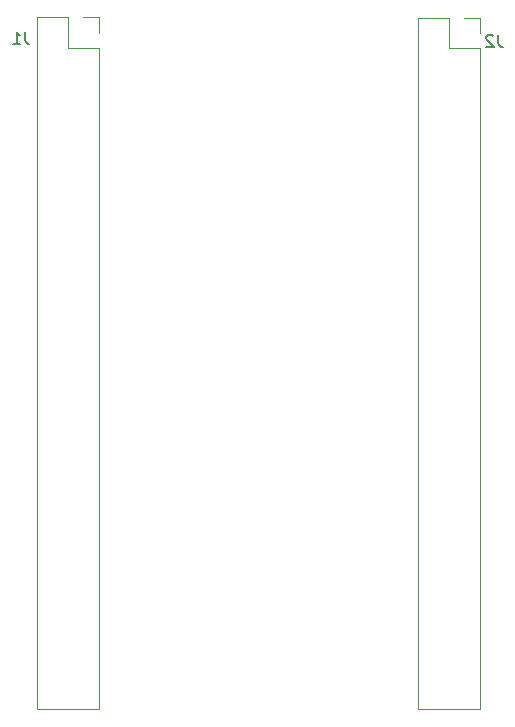
<source format=gbr>
%TF.GenerationSoftware,KiCad,Pcbnew,8.0.9-8.0.9-0~ubuntu24.04.1*%
%TF.CreationDate,2025-06-01T20:39:44+03:00*%
%TF.ProjectId,EV Control System,45562043-6f6e-4747-926f-6c2053797374,rev?*%
%TF.SameCoordinates,Original*%
%TF.FileFunction,Legend,Bot*%
%TF.FilePolarity,Positive*%
%FSLAX46Y46*%
G04 Gerber Fmt 4.6, Leading zero omitted, Abs format (unit mm)*
G04 Created by KiCad (PCBNEW 8.0.9-8.0.9-0~ubuntu24.04.1) date 2025-06-01 20:39:44*
%MOMM*%
%LPD*%
G01*
G04 APERTURE LIST*
%ADD10C,0.150000*%
%ADD11C,0.120000*%
G04 APERTURE END LIST*
D10*
X170643333Y-57574819D02*
X170643333Y-58289104D01*
X170643333Y-58289104D02*
X170690952Y-58431961D01*
X170690952Y-58431961D02*
X170786190Y-58527200D01*
X170786190Y-58527200D02*
X170929047Y-58574819D01*
X170929047Y-58574819D02*
X171024285Y-58574819D01*
X170214761Y-57670057D02*
X170167142Y-57622438D01*
X170167142Y-57622438D02*
X170071904Y-57574819D01*
X170071904Y-57574819D02*
X169833809Y-57574819D01*
X169833809Y-57574819D02*
X169738571Y-57622438D01*
X169738571Y-57622438D02*
X169690952Y-57670057D01*
X169690952Y-57670057D02*
X169643333Y-57765295D01*
X169643333Y-57765295D02*
X169643333Y-57860533D01*
X169643333Y-57860533D02*
X169690952Y-58003390D01*
X169690952Y-58003390D02*
X170262380Y-58574819D01*
X170262380Y-58574819D02*
X169643333Y-58574819D01*
X130593333Y-57324819D02*
X130593333Y-58039104D01*
X130593333Y-58039104D02*
X130640952Y-58181961D01*
X130640952Y-58181961D02*
X130736190Y-58277200D01*
X130736190Y-58277200D02*
X130879047Y-58324819D01*
X130879047Y-58324819D02*
X130974285Y-58324819D01*
X129593333Y-58324819D02*
X130164761Y-58324819D01*
X129879047Y-58324819D02*
X129879047Y-57324819D01*
X129879047Y-57324819D02*
X129974285Y-57467676D01*
X129974285Y-57467676D02*
X130069523Y-57562914D01*
X130069523Y-57562914D02*
X130164761Y-57610533D01*
D11*
%TO.C,J2*%
X163909661Y-56102621D02*
X166509661Y-56102621D01*
X163909661Y-114642621D02*
X163909661Y-56102621D01*
X163909661Y-114642621D02*
X169109661Y-114642621D01*
X166509661Y-56102621D02*
X166509661Y-58702621D01*
X166509661Y-58702621D02*
X169109661Y-58702621D01*
X167779661Y-56102621D02*
X169109661Y-56102621D01*
X169109661Y-56102621D02*
X169109661Y-57432621D01*
X169109661Y-114642621D02*
X169109661Y-58702621D01*
%TO.C,J1*%
X131649661Y-56092621D02*
X134249661Y-56092621D01*
X131649661Y-114632621D02*
X131649661Y-56092621D01*
X131649661Y-114632621D02*
X136849661Y-114632621D01*
X134249661Y-56092621D02*
X134249661Y-58692621D01*
X134249661Y-58692621D02*
X136849661Y-58692621D01*
X135519661Y-56092621D02*
X136849661Y-56092621D01*
X136849661Y-56092621D02*
X136849661Y-57422621D01*
X136849661Y-114632621D02*
X136849661Y-58692621D01*
%TD*%
M02*

</source>
